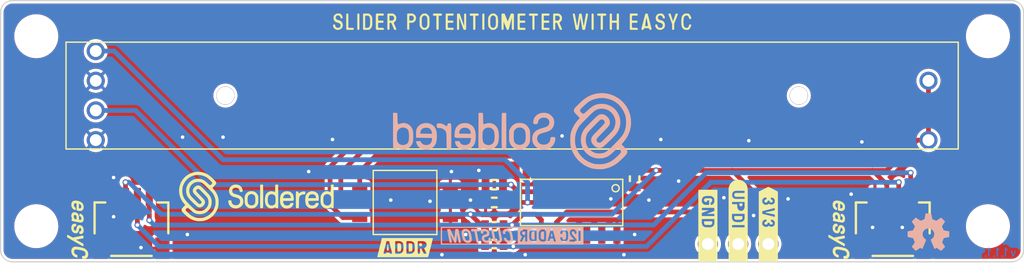
<source format=kicad_pcb>
(kicad_pcb (version 20210623) (generator pcbnew)
  (layers (0 "F.Cu" signal) (31 "B.Cu" signal) (34 "B.Paste" user) (35 "F.Paste" user) (36 "B.SilkS" user "B.Silkscreen") (37 "F.SilkS" user "F.Silkscreen") (38 "B.Mask" user) (39 "F.Mask" user) (44 "Edge.Cuts" user))
  (net 0 "")
  (net 1 "GND")
  (net 2 "OUTA")
  (net 3 "OUTB")
  (net 4 "3V3")
  (net 5 "SDA")
  (net 6 "SCL")
  (net 7 "UPDI")
  (net 8 "ADD3")
  (net 9 "ADD2")
  (net 10 "ADD1")
  (footprint "Soldered Graphics:Logo-Front-easyC-5mm" (layer "F.Cu") (at 160.5 127.3 -90)
    (fp_text reference "G***" hide)
    (fp_text value "LOGO" hide)
  )
  (footprint "e-radionica.com footprinti:HOLE_3.2mm" (layer "F.Cu") (at 173 127)
    (fp_text reference "H4" hide)
    (fp_text value "HOLE_3.2mm" hide)
    (pad "" np_thru_hole circle locked (at 0 0) (size 3.2 3.2) (drill 3.2) (layers F&B.Cu *.Mask))
  )
  (footprint "e-radionica.com footprinti:SLIDER_POT" (layer "F.Cu") (at 133 116)
    (fp_text reference "R1")
    (fp_text value "SLIDER_POT")
    (pad "1a" thru_hole circle locked (at -35 -1.25) (size 1.524 1.524) (drill 1) (layers *.Cu *.Mask) (net 1 "GND"))
    (pad "1b" thru_hole circle locked (at -35 3.75) (size 1.524 1.524) (drill 1) (layers *.Cu *.Mask) (net 1 "GND"))
    (pad "1b0" thru_hole circle locked (at -24.1 0) (size 1.524 1.524) (drill 1.5) (layers *.Cu *.Mask))
    (pad "1b1" thru_hole circle locked (at 24.1 0) (size 1.524 1.524) (drill 1.5) (layers *.Cu *.Mask))
    (pad "2a" thru_hole circle locked (at -35 -3.75) (size 1.524 1.524) (drill 1) (layers *.Cu *.Mask) (net 2 "OUTA"))
    (pad "2b" thru_hole circle locked (at -35 1.25) (size 1.524 1.524) (drill 1) (layers *.Cu *.Mask) (net 3 "OUTB"))
    (pad "3a" thru_hole circle locked (at 35 -1.25) (size 1.524 1.524) (drill 1) (layers *.Cu *.Mask) (net 4 "3V3"))
    (pad "3b" thru_hole circle locked (at 35 3.75) (size 1.524 1.524) (drill 1) (layers *.Cu *.Mask) (net 4 "3V3"))
  )
  (footprint "buzzardLabel" (layer "F.Cu") (at 149.46 130.4 -90)
    (fp_text reference "" (at 0 0 90) (layer "F.SilkS") (effects (font (size 1.27 1.27))))
    (fp_text value "" (at 0 0 90) (layer "F.SilkS") (effects (font (size 1.27 1.27))))
  )
  (footprint "buzzardLabel" (layer "F.Cu") (at 154.54 130.4 -90)
    (fp_text reference "" (at 0 0 90) (layer "F.SilkS") (effects (font (size 1.27 1.27))))
    (fp_text value "" (at 0 0 90) (layer "F.SilkS") (effects (font (size 1.27 1.27))))
  )
  (footprint "buzzardLabel" (layer "F.Cu") (at 133 109.8)
    (fp_text reference "" (at 0 0) (layer "F.SilkS") (effects (font (size 1.27 1.27))))
    (fp_text value "" (at 0 0) (layer "F.SilkS") (effects (font (size 1.27 1.27))))
  )
  (footprint "Soldered Graphics:Logo-Front-SolderedFULL-13mm" (layer "F.Cu") (at 111.5 124.5)
    (fp_text reference "REF**" hide)
    (fp_text value "Logo-Front-SolderedFULL-13mm" hide)
  )
  (footprint "e-radionica.com footprinti:easyC-connector" (layer "F.Cu") (at 165 126.7 180)
    (fp_text reference "K1")
    (fp_text value "easyC-SMD")
    (pad "1" smd rect locked (at -1.5 2.15 180) (size 0.6 1.55) (layers "F.Cu" "F.Paste" "F.Mask") (net 6 "SCL"))
    (pad "2" smd rect locked (at -0.5 2.15 180) (size 0.6 1.55) (layers "F.Cu" "F.Paste" "F.Mask") (net 5 "SDA"))
    (pad "3" smd rect locked (at 0.5 2.15 180) (size 0.6 1.55) (layers "F.Cu" "F.Paste" "F.Mask") (net 4 "3V3"))
    (pad "4" smd rect locked (at 1.5 2.15 180) (size 0.6 1.55) (layers "F.Cu" "F.Paste" "F.Mask") (net 1 "GND"))
    (pad "5" smd rect locked (at 2.6 -2.15 180) (size 1.2 1.8) (layers "F.Cu" "F.Paste" "F.Mask") (net 1 "GND"))
    (pad "5" smd rect locked (at -2.6 -2.15 180) (size 1.2 1.8) (layers "F.Cu" "F.Paste" "F.Mask") (net 1 "GND"))
  )
  (footprint "e-radionica.com footprinti:0603C" (layer "F.Cu") (at 131.5 123.5)
    (fp_text reference "C2")
    (fp_text value "0.1uF")
    (pad "1" smd rect locked (at -0.73 0) (size 0.66 1) (layers "F.Cu" "F.Paste" "F.Mask") (net 1 "GND"))
    (pad "2" smd rect locked (at 0.73 0) (size 0.66 1) (layers "F.Cu" "F.Paste" "F.Mask") (net 3 "OUTB"))
  )
  (footprint "e-radionica.com footprinti:HOLE_3.2mm" (layer "F.Cu") (at 93 111)
    (fp_text reference "H2" hide)
    (fp_text value "HOLE_3.2mm" hide)
    (pad "" np_thru_hole circle locked (at 0 0) (size 3.2 3.2) (drill 3.2) (layers F&B.Cu *.Mask))
  )
  (footprint "e-radionica.com footprinti:0603C" (layer "F.Cu") (at 143.3 123 -90)
    (fp_text reference "C3")
    (fp_text value "0.1uF")
    (pad "1" smd rect locked (at -0.73 0 270) (size 0.66 1) (layers "F.Cu" "F.Paste" "F.Mask") (net 4 "3V3"))
    (pad "2" smd rect locked (at 0.73 0 270) (size 0.66 1) (layers "F.Cu" "F.Paste" "F.Mask") (net 1 "GND"))
  )
  (footprint "e-radionica.com footprinti:HEADER-UPDI" (layer "F.Cu") (at 152 128.5 180)
    (fp_text reference "K2")
    (fp_text value "HEADER-UPDI")
    (pad "1" thru_hole circle locked (at -2.54 0 180) (size 1.7 1.7) (drill 1) (layers *.Cu "B.Mask") (net 4 "3V3"))
    (pad "2" thru_hole circle locked (at 0 0 180) (size 1.7 1.7) (drill 1) (layers *.Cu "B.Mask") (net 7 "UPDI"))
    (pad "3" thru_hole circle locked (at 2.54 0 180) (size 1.7 1.7) (drill 1) (layers *.Cu "B.Mask") (net 1 "GND"))
  )
  (footprint "Soldered Graphics:Logo-Back-OSH-3.5mm" (layer "F.Cu") (at 168 127.5)
    (fp_text reference "G***" hide)
    (fp_text value "LOGO" hide)
  )
  (footprint "e-radionica.com footprinti:HOLE_3.2mm" (layer "F.Cu") (at 93 127)
    (fp_text reference "H3" hide)
    (fp_text value "HOLE_3.2mm" hide)
    (pad "" np_thru_hole circle locked (at 0 0) (size 3.2 3.2) (drill 3.2) (layers F&B.Cu *.Mask))
  )
  (footprint "e-radionica.com footprinti:0603R" (layer "F.Cu") (at 131.5 127 180)
    (fp_text reference "R3")
    (fp_text value "10k")
    (pad "1" smd rect locked (at -0.775 0 270) (size 1 0.64) (layers "F.Cu" "F.Paste" "F.Mask") (net 6 "SCL"))
    (pad "2" smd rect locked (at 0.775 0 270) (size 1 0.64) (layers "F.Cu" "F.Paste" "F.Mask") (net 4 "3V3"))
  )
  (footprint "e-radionica.com footprinti:SOIC-14" (layer "F.Cu") (at 138 125 -90)
    (fp_text reference "U1")
    (fp_text value "ATTINY404-SSNR")
    (pad "1" smd rect locked (at -2.7 -3.81 270) (size 1.55 0.6) (layers "F.Cu" "F.Paste" "F.Mask") (net 4 "3V3"))
    (pad "2" smd rect locked (at -2.7 -2.54 270) (size 1.55 0.6) (layers "F.Cu" "F.Paste" "F.Mask") (net 2 "OUTA"))
    (pad "3" smd rect locked (at -2.7 -1.27 270) (size 1.55 0.6) (layers "F.Cu" "F.Paste" "F.Mask") (net 3 "OUTB"))
    (pad "4" smd rect locked (at -2.7 0 270) (size 1.55 0.6) (layers "F.Cu" "F.Paste" "F.Mask"))
    (pad "5" smd rect locked (at -2.7 1.27 270) (size 1.55 0.6) (layers "F.Cu" "F.Paste" "F.Mask") (net 8 "ADD3"))
    (pad "6" smd rect locked (at -2.7 2.54 270) (size 1.55 0.6) (layers "F.Cu" "F.Paste" "F.Mask") (net 9 "ADD2"))
    (pad "7" smd rect locked (at -2.7 3.81 270) (size 1.55 0.6) (layers "F.Cu" "F.Paste" "F.Mask") (net 10 "ADD1"))
    (pad "8" smd rect locked (at 2.7 3.81 270) (size 1.55 0.6) (layers "F.Cu" "F.Paste" "F.Mask") (net 5 "SDA"))
    (pad "9" smd rect locked (at 2.7 2.54 270) (size 1.55 0.6) (layers "F.Cu" "F.Paste" "F.Mask") (net 6 "SCL"))
    (pad "10" smd rect locked (at 2.7 1.27 270) (size 1.55 0.6) (layers "F.Cu" "F.Paste" "F.Mask") (net 7 "UPDI"))
    (pad "11" smd rect locked (at 2.7 0 270) (size 1.55 0.6) (layers "F.Cu" "F.Paste" "F.Mask"))
    (pad "12" smd rect locked (at 2.7 -1.27 270) (size 1.55 0.6) (layers "F.Cu" "F.Paste" "F.Mask"))
    (pad "13" smd rect locked (at 2.7 -2.54 270) (size 1.55 0.6) (layers "F.Cu" "F.Paste" "F.Mask"))
    (pad "14" smd rect locked (at 2.7 -3.81 270) (size 1.55 0.6) (layers "F.Cu" "F.Paste" "F.Mask") (net 1 "GND"))
  )
  (footprint "Soldered Graphics:Logo-Front-easyC-5mm" (layer "F.Cu") (at 96.5 127.3 -90)
    (fp_text reference "G***" hide)
    (fp_text value "LOGO" hide)
  )
  (footprint "Soldered Graphics:Logo-Back-SolderedFULL-20mm" (layer "F.Cu") (at 133 119)
    (fp_text reference "REF**" hide)
    (fp_text value "Logo-Front-SolderedFULL-20mm" hide)
  )
  (footprint "buzzardLabel" (layer "F.Cu") (at 152 130.4 -90)
    (fp_text reference "" (at 0 0 90) (layer "F.SilkS") (effects (font (size 1.27 1.27))))
    (fp_text value "" (at 0 0 90) (layer "F.SilkS") (effects (font (size 1.27 1.27))))
  )
  (footprint "e-radionica.com footprinti:HOLE_3.2mm" (layer "F.Cu") (at 173 111)
    (fp_text reference "H1" hide)
    (fp_text value "HOLE_3.2mm" hide)
    (pad "" np_thru_hole circle locked (at 0 0) (size 3.2 3.2) (drill 3.2) (layers F&B.Cu *.Mask))
  )
  (footprint "e-radionica.com footprinti:DSHP03TS-S" (layer "F.Cu") (at 124 125)
    (fp_text reference "K4")
    (fp_text value "DSHP03TS-S")
    (pad "1" smd rect locked (at -3.81 -1.27 90) (size 0.76 1.27) (layers "F.Cu" "F.Paste" "F.Mask") (net 10 "ADD1"))
    (pad "2" smd rect locked (at 3.81 -1.27 90) (size 0.76 1.27) (layers "F.Cu" "F.Paste" "F.Mask") (net 1 "GND"))
    (pad "3" smd rect locked (at -3.81 0 90) (size 0.76 1.27) (layers "F.Cu" "F.Paste" "F.Mask") (net 9 "ADD2"))
    (pad "4" smd rect locked (at 3.81 0 90) (size 0.76 1.27) (layers "F.Cu" "F.Paste" "F.Mask") (net 1 "GND"))
    (pad "5" smd rect locked (at -3.81 1.27 90) (size 0.76 1.27) (layers "F.Cu" "F.Paste" "F.Mask") (net 8 "ADD3"))
    (pad "6" smd rect locked (at 3.81 1.27 90) (size 0.76 1.27) (layers "F.Cu" "F.Paste" "F.Mask") (net 1 "GND"))
  )
  (footprint "buzzardLabel" (layer "F.Cu") (at 124 128.8)
    (fp_text reference "" (at 0 0) (layer "F.SilkS") (effects (font (size 1.27 1.27))))
    (fp_text value "" (at 0 0) (layer "F.SilkS") (effects (font (size 1.27 1.27))))
  )
  (footprint "e-radionica.com footprinti:easyC-connector" (layer "F.Cu") (at 101 126.7 180)
    (fp_text reference "K3")
    (fp_text value "easyC-SMD")
    (pad "1" smd rect locked (at -1.5 2.15 180) (size 0.6 1.55) (layers "F.Cu" "F.Paste" "F.Mask") (net 6 "SCL"))
    (pad "2" smd rect locked (at -0.5 2.15 180) (size 0.6 1.55) (layers "F.Cu" "F.Paste" "F.Mask") (net 5 "SDA"))
    (pad "3" smd rect locked (at 0.5 2.15 180) (size 0.6 1.55) (layers "F.Cu" "F.Paste" "F.Mask") (net 4 "3V3"))
    (pad "4" smd rect locked (at 1.5 2.15 180) (size 0.6 1.55) (layers "F.Cu" "F.Paste" "F.Mask") (net 1 "GND"))
    (pad "5" smd rect locked (at -2.6 -2.15 180) (size 1.2 1.8) (layers "F.Cu" "F.Paste" "F.Mask") (net 1 "GND"))
    (pad "5" smd rect locked (at 2.6 -2.15 180) (size 1.2 1.8) (layers "F.Cu" "F.Paste" "F.Mask") (net 1 "GND"))
  )
  (footprint "e-radionica.com footprinti:0603C" (layer "F.Cu") (at 131.5 125 180)
    (fp_text reference "C1")
    (fp_text value "0.1uF")
    (pad "1" smd rect locked (at -0.73 0 180) (size 0.66 1) (layers "F.Cu" "F.Paste" "F.Mask") (net 2 "OUTA"))
    (pad "2" smd rect locked (at 0.73 0 180) (size 0.66 1) (layers "F.Cu" "F.Paste" "F.Mask") (net 1 "GND"))
  )
  (footprint "e-radionica.com footprinti:0603R" (layer "F.Cu") (at 131.5 128.5 180)
    (fp_text reference "R2")
    (fp_text value "10k")
    (pad "1" smd rect locked (at -0.775 0 270) (size 1 0.64) (layers "F.Cu" "F.Paste" "F.Mask") (net 5 "SDA"))
    (pad "2" smd rect locked (at 0.775 0 270) (size 1 0.64) (layers "F.Cu" "F.Paste" "F.Mask") (net 4 "3V3"))
  )
  (footprint "e-radionica.com footprinti:FIDUCIAL_1MM_PASTE" (layer "F.Cu") (at 137 116)
    (fp_text reference "FD1")
    (fp_text value "Fiducial_Stencil")
    (pad "1" smd circle locked (at 0 0) (size 1 1) (property pad_prop_fiducial_glob) (layers "F.Cu" "F.Paste" "F.Mask"))
  )
  (footprint "Soldered Graphics:Version1.1.1." (layer "B.Cu") (at 174 129.2 180)
    (fp_text reference "REF**" hide)
    (fp_text value "Version1.1.1." hide)
    (fp_poly (pts (xy 0.91 -0.35) (xy 0.96 -0.35) (xy 0.98 -0.31) (xy 0.98 0.35) (xy 0.95 0.38) (xy 0.89 0.38) (xy 0.86 0.34) (xy 0.74 0.22) (xy 0.73 0.17) (xy 0.76 0.16) (xy 0.85 0.22) (xy 0.89 0.23) (xy 0.89 -0.31) (xy 0.91 -0.35)) (layer "B.Cu") (width 0.01) (fill solid))
    (fp_poly (pts (xy -1.15 -0.35) (xy -1.1 -0.35) (xy -1.07 -0.31) (xy -0.92 0.1) (xy -0.94 0.13) (xy -0.99 0.13) (xy -1.02 0.1) (xy -1.11 -0.16) (xy -1.13 -0.21) (xy -1.15 -0.17) (xy -1.24 0.09) (xy -1.26 0.13) (xy -1.32 0.13) (xy -1.34 0.1) (xy -1.18 -0.31) (xy -1.15 -0.35)) (layer "B.Cu") (width 0.01) (fill solid))
    (fp_poly (pts (xy -0.27 -0.38) (xy -0.22 -0.38) (xy -0.17 -0.37) (xy -0.16 -0.33) (xy -0.16 -0.27) (xy -0.21 -0.26) (xy -0.26 -0.26) (xy -0.29 -0.29) (xy -0.29 -0.34) (xy -0.27 -0.38)) (layer "B.Cu") (width 0.01) (fill solid))
    (fp_poly (pts (xy 0.21 -0.35) (xy 0.26 -0.35) (xy 0.28 -0.31) (xy 0.28 0.35) (xy 0.24 0.38) (xy 0.19 0.38) (xy 0.15 0.34) (xy 0.04 0.22) (xy 0.02 0.17) (xy 0.05 0.16) (xy 0.14 0.22) (xy 0.18 0.23) (xy 0.18 -0.31) (xy 0.21 -0.35)) (layer "B.Cu") (width 0.01) (fill solid))
    (fp_poly (pts (xy 1.14 -0.38) (xy 1.19 -0.38) (xy 1.24 -0.37) (xy 1.25 -0.33) (xy 1.25 -0.27) (xy 1.2 -0.26) (xy 1.15 -0.26) (xy 1.12 -0.29) (xy 1.12 -0.34) (xy 1.14 -0.38)) (layer "B.Cu") (width 0.01) (fill solid))
    (fp_poly (pts (xy -0.5 -0.35) (xy -0.44 -0.35) (xy -0.43 -0.31) (xy -0.43 0.35) (xy -0.46 0.38) (xy -0.52 0.38) (xy -0.55 0.34) (xy -0.67 0.22) (xy -0.68 0.17) (xy -0.65 0.16) (xy -0.56 0.22) (xy -0.52 0.23) (xy -0.52 -0.31) (xy -0.5 -0.35)) (layer "B.Cu") (width 0.01) (fill solid))
    (fp_poly (pts (xy 0.43 -0.38) (xy 0.48 -0.38) (xy 0.54 -0.37) (xy 0.54 -0.33) (xy 0.54 -0.27) (xy 0.5 -0.26) (xy 0.45 -0.26) (xy 0.42 -0.29) (xy 0.42 -0.34) (xy 0.43 -0.38)) (layer "B.Cu") (width 0.01) (fill solid))
  )
  (footprint "Soldered Graphics:Symbol-Front_I2C_ADDR_CUSTOM" (layer "B.Cu") (at 133 127.8 180)
    (fp_text reference "REF**" hide)
    (fp_text value "Symbol-Front_I2C_ADDR_CUSTOM" hide)
  )
  (gr_arc (start 175 109) (end 175 108) (angle 90) (layer "Edge.Cuts") (width 0.1))
  (gr_line (start 176 109) (end 176 129) (layer "Edge.Cuts") (width 0.1))
  (gr_arc (start 175 129) (end 175 130) (angle -90) (layer "Edge.Cuts") (width 0.1))
  (gr_line (start 90 129) (end 90 109) (layer "Edge.Cuts") (width 0.1))
  (gr_arc (start 91 109) (end 91 108) (angle -90) (layer "Edge.Cuts") (width 0.1))
  (gr_line (start 91 108) (end 175 108) (layer "Edge.Cuts") (width 0.1))
  (gr_arc (start 91 129) (end 91 130) (angle 90) (layer "Edge.Cuts") (width 0.1))
  (gr_line (start 175 130) (end 91 130) (layer "Edge.Cuts") (width 0.1))
  (via (at 137.2 119.4) (size 0.5) (drill 0.3) (layers "F.Cu" "B.Cu") (net 1))
  (via (at 156.2 124.7) (size 0.5) (drill 0.3) (layers "F.Cu" "B.Cu") (net 1))
  (via (at 127.1 129.4) (size 0.5) (drill 0.3) (layers "F.Cu" "B.Cu") (net 1))
  (via (at 126.1 124.9) (size 0.5) (drill 0.3) (layers "F.Cu" "B.Cu") (net 1))
  (via (at 153.3 126.1) (size 0.5) (drill 0.3) (layers "F.Cu" "B.Cu") (net 1))
  (via (at 152.9 119.8) (size 0.5) (drill 0.3) (layers "F.Cu" "B.Cu") (net 1))
  (via (at 161.5 124.3) (size 0.5) (drill 0.3) (layers "F.Cu" "B.Cu") (net 1))
  (via (at 134.1 129.4) (size 0.5) (drill 0.3) (layers "F.Cu" "B.Cu") (net 1))
  (via (at 130.2 122.3) (size 0.5) (drill 0.3) (layers "F.Cu" "B.Cu") (net 1))
  (via (at 117.9 119.7) (size 0.5) (drill 0.3) (layers "F.Cu" "B.Cu") (net 1))
  (via (at 105.7 127.7) (size 0.5) (drill 0.3) (layers "F.Cu" "B.Cu") (net 1))
  (via (at 105.3 119.5) (size 0.5) (drill 0.3) (layers "F.Cu" "B.Cu") (net 1))
  (via (at 122.8 124.8) (size 0.5) (drill 0.3) (layers "F.Cu" "B.Cu") (net 1))
  (via (at 162.4 119.9) (size 0.5) (drill 0.3) (layers "F.Cu" "B.Cu") (net 1))
  (via (at 143.3 127.7) (size 0.5) (drill 0.3) (layers "F.Cu" "B.Cu") (net 1))
  (via (at 115.9 122.4) (size 0.5) (drill 0.3) (layers "F.Cu" "B.Cu") (net 1))
  (via (at 129.1 127.7) (size 0.5) (drill 0.3) (layers "F.Cu" "B.Cu") (net 1))
  (via (at 127.9 122.4) (size 0.5) (drill 0.3) (layers "F.Cu" "B.Cu") (net 1))
  (via (at 150.8 124.6) (size 0.5) (drill 0.3) (layers "F.Cu" "B.Cu") (net 1))
  (via (at 129.5 124.8) (size 0.5) (drill 0.3) (layers "F.Cu" "B.Cu") (net 1))
  (via (at 144.5 124.8) (size 0.5) (drill 0.3) (layers "F.Cu" "B.Cu") (net 1))
  (via (at 142.4 129.4) (size 0.5) (drill 0.3) (layers "F.Cu" "B.Cu") (net 1))
  (via (at 145.5 119.7) (size 0.5) (drill 0.3) (layers "F.Cu" "B.Cu") (net 1))
  (via (at 99.5 122.9) (size 0.5) (drill 0.3) (layers "F.Cu" "B.Cu") (net 1))
  (via (at 99.5 126.2) (size 0.5) (drill 0.3) (layers "F.Cu" "B.Cu") (net 1))
  (via (at 165.8 127.1) (size 0.5) (drill 0.3) (layers "F.Cu" "B.Cu") (net 1))
  (via (at 147 123.2) (size 0.5) (drill 0.3) (layers "F.Cu" "B.Cu") (net 1))
  (via (at 108.7 119.5) (size 0.5) (drill 0.3) (layers "F.Cu" "B.Cu") (net 1))
  (via (at 141.3 124.7) (size 0.5) (drill 0.3) (layers "F.Cu" "B.Cu") (net 1))
  (via (at 163.3 127.1) (size 0.5) (drill 0.3) (layers "F.Cu" "B.Cu") (net 1))
  (via (at 101.8 128.8) (size 0.5) (drill 0.3) (layers "F.Cu" "B.Cu") (net 1))
  (segment (start 134.3 125) (end 139.4 125) (width 0.4) (layer "F.Cu") (net 2))
  (segment (start 140.54 123.86) (end 140.54 122.3) (width 0.4) (layer "F.Cu") (net 2))
  (segment (start 132.23 125) (end 134.3 125) (width 0.4) (layer "F.Cu") (net 2))
  (segment (start 139.4 125) (end 140.54 123.86) (width 0.4) (layer "F.Cu") (net 2))
  (via (at 134.3 125) (size 0.5) (drill 0.3) (layers "F.Cu" "B.Cu") (net 2))
  (segment (start 98 112.25) (end 99.55 112.25) (width 0.4) (layer "B.Cu") (net 2))
  (segment (start 134.3 123.3) (end 134.3 125) (width 0.4) (layer "B.Cu") (net 2))
  (segment (start 108.7 121.4) (end 132.4 121.4) (width 0.4) (layer "B.Cu") (net 2))
  (segment (start 132.4 121.4) (end 134.3 123.3) (width 0.4) (layer "B.Cu") (net 2))
  (segment (start 99.55 112.25) (end 108.7 121.4) (width 0.4) (layer "B.Cu") (net 2))
  (segment (start 132.23 123.5) (end 132.9 123.5) (width 0.4) (layer "F.Cu") (net 3))
  (segment (start 132.9 123.5) (end 133.5 124.1) (width 0.4) (layer "F.Cu") (net 3))
  (segment (start 138.5 124.1) (end 139.27 123.33) (width 0.4) (layer "F.Cu") (net 3))
  (segment (start 133.5 124.1) (end 138.5 124.1) (width 0.4) (layer "F.Cu") (net 3))
  (segment (start 139.27 123.33) (end 139.27 122.3) (width 0.4) (layer "F.Cu") (net 3))
  (via (at 132.9 123.5) (size 0.5) (drill 0.3) (layers "F.Cu" "B.Cu") (net 3))
  (segment (start 98 117.25) (end 101.35 117.25) (width 0.4) (layer "B.Cu") (net 3))
  (segment (start 101.35 117.25) (end 107.6 123.5) (width 0.4) (layer "B.Cu") (net 3))
  (segment (start 107.6 123.5) (end 132.9 123.5) (width 0.4) (layer "B.Cu") (net 3))
  (segment (start 130.725 127) (end 130.5 127) (width 0.4) (layer "F.Cu") (net 4))
  (segment (start 164.5 124.55) (end 164.5 123.5) (width 0.4) (layer "F.Cu") (net 4))
  (segment (start 151.5 122.3) (end 154.54 125.34) (width 0.4) (layer "F.Cu") (net 4))
  (segment (start 167.05 119.75) (end 168 119.75) (width 0.4) (layer "F.Cu") (net 4))
  (segment (start 145.1 122.3) (end 143.33 122.3) (width 0.4) (layer "F.Cu") (net 4))
  (segment (start 130.725 127) (end 130.725 128.5) (width 0.4) (layer "F.Cu") (net 4))
  (segment (start 164.5 123.5) (end 163.3 122.3) (width 0.4) (layer "F.Cu") (net 4))
  (segment (start 143.27 122.3) (end 143.3 122.27) (width 0.4) (layer "F.Cu") (net 4))
  (segment (start 168 119.75) (end 168 114.75) (width 0.4) (layer "F.Cu") (net 4))
  (segment (start 154.54 125.34) (end 154.54 128.5) (width 0.4) (layer "F.Cu") (net 4))
  (segment (start 164.5 122.3) (end 167.05 119.75) (width 0.4) (layer "F.Cu") (net 4))
  (segment (start 145.1 122.3) (end 151.5 122.3) (width 0.4) (layer "F.Cu") (net 4))
  (segment (start 163.3 122.3) (end 164.5 122.3) (width 0.4) (layer "F.Cu") (net 4))
  (segment (start 100.5 124.55) (end 100.5 123.3) (width 0.4) (layer "F.Cu") (net 4))
  (segment (start 163.3 122.3) (end 151.5 122.3) (width 0.4) (layer "F.Cu") (net 4))
  (segment (start 130.5 127) (end 129.5 126) (width 0.4) (layer "F.Cu") (net 4))
  (segment (start 141.81 122.3) (end 143.27 122.3) (width 0.4) (layer "F.Cu") (net 4))
  (segment (start 143.33 122.3) (end 143.3 122.27) (width 0.4) (layer "F.Cu") (net 4))
  (via (at 100.5 123.3) (size 0.5) (drill 0.3) (layers "F.Cu" "B.Cu") (net 4))
  (via (at 129.5 126) (size 0.5) (drill 0.3) (layers "F.Cu" "B.Cu") (net 4))
  (via (at 145.1 122.3) (size 0.5) (drill 0.3) (layers "F.Cu" "B.Cu") (net 4))
  (segment (start 103.5 126) (end 129.5 126) (width 0.4) (layer "B.Cu") (net 4))
  (segment (start 145.1 122.3) (end 141.4 126) (width 0.4) (layer "B.Cu") (net 4))
  (segment (start 141.4 126) (end 129.5 126) (width 0.4) (layer "B.Cu") (net 4))
  (segment (start 100.8 123.3) (end 103.5 126) (width 0.4) (layer "B.Cu") (net 4))
  (segment (start 100.5 123.3) (end 100.8 123.3) (width 0.4) (layer "B.Cu") (net 4))
  (segment (start 132.275 128.5) (end 132.475 128.7) (width 0.4) (layer "F.Cu") (net 5))
  (segment (start 165.5 123.3) (end 165.5 124.55) (width 0.4) (layer "F.Cu") (net 5))
  (segment (start 101.5 126.9) (end 101.5 124.55) (width 0.4) (layer "F.Cu") (net 5))
  (segment (start 132.475 128.7) (end 133.19 128.7) (width 0.4) (layer "F.Cu") (net 5))
  (segment (start 133.19 128.7) (end 134.19 127.7) (width 0.4) (layer "F.Cu") (net 5))
  (via (at 165.5 123.3) (size 0.5) (drill 0.3) (layers "F.Cu" "B.Cu") (net 5))
  (via (at 101.5 126.9) (size 0.5) (drill 0.3) (layers "F.Cu" "B.Cu") (net 5))
  (via (at 133.1 128.7) (size 0.5) (drill 0.3) (layers "F.Cu" "B.Cu") (net 5))
  (segment (start 103.3 128.7) (end 101.5 126.9) (width 0.4) (layer "B.Cu") (net 5))
  (segment (start 133.1 128.7) (end 144.3 128.7) (width 0.4) (layer "B.Cu") (net 5))
  (segment (start 144.3 128.7) (end 149.7 123.3) (width 0.4) (layer "B.Cu") (net 5))
  (segment (start 133.1 128.7) (end 103.3 128.7) (width 0.4) (layer "B.Cu") (net 5))
  (segment (start 149.7 123.3) (end 165.5 123.3) (width 0.4) (layer "B.Cu") (net 5))
  (segment (start 135 126) (end 135.46 126.46) (width 0.4) (layer "F.Cu") (net 6))
  (segment (start 132.9 127) (end 133 126.9) (width 0.4) (layer "F.Cu") (net 6))
  (segment (start 166.5 122.5) (end 166.5 124.55) (width 0.4) (layer "F.Cu") (net 6))
  (segment (start 102.5 126.5) (end 102.5 124.55) (width 0.4) (layer "F.Cu") (net 6))
  (segment (start 132.275 127) (end 132.9 127) (width 0.4) (layer "F.Cu") (net 6))
  (segment (start 133 126.9) (end 133.9 126) (width 0.4) (layer "F.Cu") (net 6))
  (segment (start 133.9 126) (end 135 126) (width 0.4) (layer "F.Cu") (net 6))
  (segment (start 135.46 126.46) (end 135.46 127.7) (width 0.4) (layer "F.Cu") (net 6))
  (via (at 133 126.9) (size 0.5) (drill 0.3) (layers "F.Cu" "B.Cu") (net 6))
  (via (at 102.5 126.5) (size 0.5) (drill 0.3) (layers "F.Cu" "B.Cu") (net 6))
  (via (at 166.5 122.5) (size 0.5) (drill 0.3) (layers "F.Cu" "B.Cu") (net 6))
  (segment (start 149.3 122.5) (end 166.5 122.5) (width 0.4) (layer "B.Cu") (net 6))
  (segment (start 133 126.9) (end 144.9 126.9) (width 0.4) (layer "B.Cu") (net 6))
  (segment (start 102.9 126.9) (end 102.5 126.5) (width 0.4) (layer "B.Cu") (net 6))
  (segment (start 144.9 126.9) (end 149.3 122.5) (width 0.4) (layer "B.Cu") (net 6))
  (segment (start 133 126.9) (end 102.9 126.9) (width 0.4) (layer "B.Cu") (net 6))
  (segment (start 136.73 127.7) (end 136.73 126.67) (width 0.4) (layer "F.Cu") (net 7))
  (segment (start 150.8 125.8) (end 152 127) (width 0.4) (layer "F.Cu") (net 7))
  (segment (start 152 127) (end 152 128.5) (width 0.4) (layer "F.Cu") (net 7))
  (segment (start 136.73 126.67) (end 137.6 125.8) (width 0.4) (layer "F.Cu") (net 7))
  (segment (start 137.6 125.8) (end 150.8 125.8) (width 0.4) (layer "F.Cu") (net 7))
  (segment (start 117.7 125.2) (end 117.7 122) (width 0.4) (layer "F.Cu") (net 8))
  (segment (start 120.2 119.5) (end 135.4 119.5) (width 0.4) (layer "F.Cu") (net 8))
  (segment (start 136.73 120.83) (end 136.73 122.3) (width 0.4) (layer "F.Cu") (net 8))
  (segment (start 135.4 119.5) (end 136.73 120.83) (width 0.4) (layer "F.Cu") (net 8))
  (segment (start 118.77 126.27) (end 117.7 125.2) (width 0.4) (layer "F.Cu") (net 8))
  (segment (start 117.7 122) (end 120.2 119.5) (width 0.4) (layer "F.Cu") (net 8))
  (segment (start 120.19 126.27) (end 118.77 126.27) (width 0.4) (layer "F.Cu") (net 8))
  (segment (start 120.8 120.3) (end 134.8 120.3) (width 0.4) (layer "F.Cu") (net 9))
  (segment (start 119.3 125) (end 118.6 124.3) (width 0.4) (layer "F.Cu") (net 9))
  (segment (start 118.6 122.5) (end 120.8 120.3) (width 0.4) (layer "F.Cu") (net 9))
  (segment (start 134.8 120.3) (end 135.46 120.96) (width 0.4) (layer "F.Cu") (net 9))
  (segment (start 135.46 120.96) (end 135.46 122.3) (width 0.4) (layer "F.Cu") (net 9))
  (segment (start 118.6 124.3) (end 118.6 122.5) (width 0.4) (layer "F.Cu") (net 9))
  (segment (start 120.19 125) (end 119.3 125) (width 0.4) (layer "F.Cu") (net 9))
  (segment (start 120.19 122.41) (end 121.5 121.1) (width 0.4) (layer "F.Cu") (net 10))
  (segment (start 121.5 121.1) (end 133.6 121.1) (width 0.4) (layer "F.Cu") (net 10))
  (segment (start 120.19 123.73) (end 120.19 122.41) (width 0.4) (layer "F.Cu") (net 10))
  (segment (start 134.19 121.69) (end 134.19 122.3) (width 0.4) (layer "F.Cu") (net 10))
  (segment (start 133.6 121.1) (end 134.19 121.69) (width 0.4) (layer "F.Cu") (net 10))
  (zone (net 1) (net_name "GND") (layers F&B.Cu) (connect_pads (clearance 0.254)) (min_thickness 0.254) (fill yes (thermal_gap 0.254) (thermal_bridge_width 0.254))
    (polygon (pts (xy 176 130) (xy 90 130) (xy 90 108) (xy 176 108)))
  )
)
</source>
